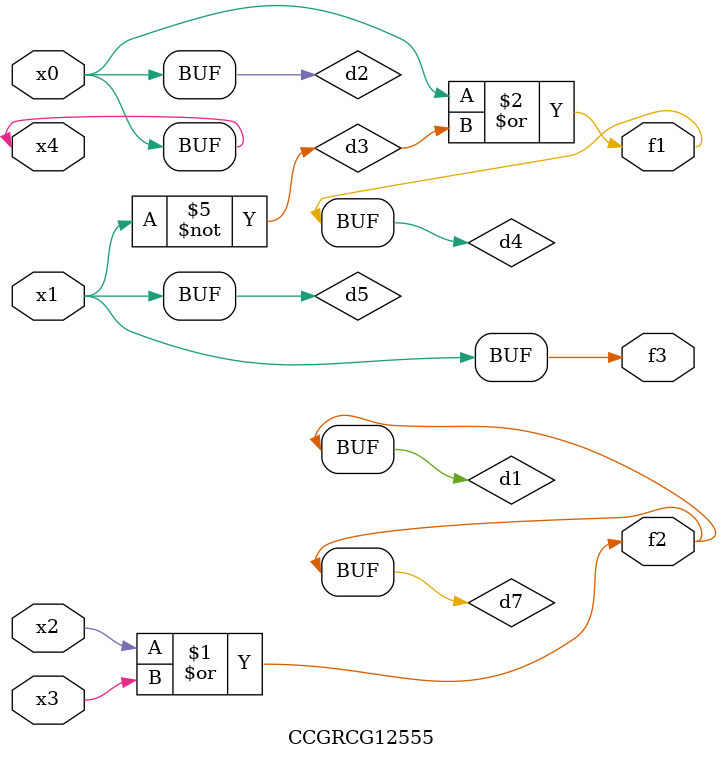
<source format=v>
module CCGRCG12555(
	input x0, x1, x2, x3, x4,
	output f1, f2, f3
);

	wire d1, d2, d3, d4, d5, d6, d7;

	or (d1, x2, x3);
	buf (d2, x0, x4);
	not (d3, x1);
	or (d4, d2, d3);
	not (d5, d3);
	nand (d6, d1, d3);
	or (d7, d1);
	assign f1 = d4;
	assign f2 = d7;
	assign f3 = d5;
endmodule

</source>
